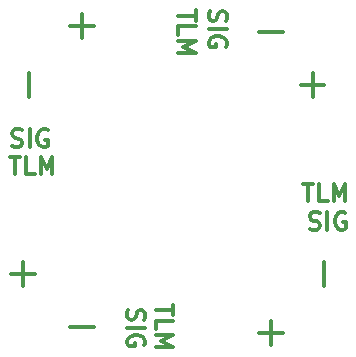
<source format=gto>
G04 #@! TF.GenerationSoftware,KiCad,Pcbnew,5.0.0-fee4fd1~66~ubuntu16.04.1*
G04 #@! TF.CreationDate,2018-09-11T21:28:54+02:00*
G04 #@! TF.ProjectId,inverted_quad_pdb,696E7665727465645F717561645F7064,rev?*
G04 #@! TF.SameCoordinates,Original*
G04 #@! TF.FileFunction,Legend,Top*
G04 #@! TF.FilePolarity,Positive*
%FSLAX46Y46*%
G04 Gerber Fmt 4.6, Leading zero omitted, Abs format (unit mm)*
G04 Created by KiCad (PCBNEW 5.0.0-fee4fd1~66~ubuntu16.04.1) date Tue Sep 11 21:28:54 2018*
%MOMM*%
%LPD*%
G01*
G04 APERTURE LIST*
%ADD10C,0.300000*%
%ADD11C,0.100000*%
%ADD12C,1.900000*%
%ADD13C,3.900000*%
%ADD14C,3.400000*%
G04 APERTURE END LIST*
D10*
X140500000Y-107000000D02*
X142500000Y-107000000D01*
X141500000Y-106000000D02*
X141500000Y-108000000D01*
X142500000Y-122000000D02*
X142500000Y-124000000D01*
X138000000Y-127000000D02*
X138000000Y-129000000D01*
X139000000Y-128000000D02*
X137000000Y-128000000D01*
X123000000Y-127500000D02*
X121000000Y-127500000D01*
X118000000Y-123000000D02*
X116000000Y-123000000D01*
X117000000Y-124000000D02*
X117000000Y-122000000D01*
X117500000Y-108000000D02*
X117500000Y-106000000D01*
X137000000Y-102500000D02*
X139000000Y-102500000D01*
X122000000Y-103000000D02*
X122000000Y-101000000D01*
X121000000Y-102000000D02*
X123000000Y-102000000D01*
X131621428Y-100707142D02*
X131621428Y-101564285D01*
X130121428Y-101135714D02*
X131621428Y-101135714D01*
X130121428Y-102778571D02*
X130121428Y-102064285D01*
X131621428Y-102064285D01*
X130121428Y-103278571D02*
X131621428Y-103278571D01*
X130550000Y-103778571D01*
X131621428Y-104278571D01*
X130121428Y-104278571D01*
X132792857Y-100764285D02*
X132721428Y-100978571D01*
X132721428Y-101335714D01*
X132792857Y-101478571D01*
X132864285Y-101550000D01*
X133007142Y-101621428D01*
X133150000Y-101621428D01*
X133292857Y-101550000D01*
X133364285Y-101478571D01*
X133435714Y-101335714D01*
X133507142Y-101050000D01*
X133578571Y-100907142D01*
X133650000Y-100835714D01*
X133792857Y-100764285D01*
X133935714Y-100764285D01*
X134078571Y-100835714D01*
X134150000Y-100907142D01*
X134221428Y-101050000D01*
X134221428Y-101407142D01*
X134150000Y-101621428D01*
X132721428Y-102264285D02*
X134221428Y-102264285D01*
X134150000Y-103764285D02*
X134221428Y-103621428D01*
X134221428Y-103407142D01*
X134150000Y-103192857D01*
X134007142Y-103050000D01*
X133864285Y-102978571D01*
X133578571Y-102907142D01*
X133364285Y-102907142D01*
X133078571Y-102978571D01*
X132935714Y-103050000D01*
X132792857Y-103192857D01*
X132721428Y-103407142D01*
X132721428Y-103550000D01*
X132792857Y-103764285D01*
X132864285Y-103835714D01*
X133364285Y-103835714D01*
X133364285Y-103550000D01*
X115907142Y-113078571D02*
X116764285Y-113078571D01*
X116335714Y-114578571D02*
X116335714Y-113078571D01*
X117978571Y-114578571D02*
X117264285Y-114578571D01*
X117264285Y-113078571D01*
X118478571Y-114578571D02*
X118478571Y-113078571D01*
X118978571Y-114150000D01*
X119478571Y-113078571D01*
X119478571Y-114578571D01*
X116064285Y-112207142D02*
X116278571Y-112278571D01*
X116635714Y-112278571D01*
X116778571Y-112207142D01*
X116850000Y-112135714D01*
X116921428Y-111992857D01*
X116921428Y-111850000D01*
X116850000Y-111707142D01*
X116778571Y-111635714D01*
X116635714Y-111564285D01*
X116350000Y-111492857D01*
X116207142Y-111421428D01*
X116135714Y-111350000D01*
X116064285Y-111207142D01*
X116064285Y-111064285D01*
X116135714Y-110921428D01*
X116207142Y-110850000D01*
X116350000Y-110778571D01*
X116707142Y-110778571D01*
X116921428Y-110850000D01*
X117564285Y-112278571D02*
X117564285Y-110778571D01*
X119064285Y-110850000D02*
X118921428Y-110778571D01*
X118707142Y-110778571D01*
X118492857Y-110850000D01*
X118350000Y-110992857D01*
X118278571Y-111135714D01*
X118207142Y-111421428D01*
X118207142Y-111635714D01*
X118278571Y-111921428D01*
X118350000Y-112064285D01*
X118492857Y-112207142D01*
X118707142Y-112278571D01*
X118850000Y-112278571D01*
X119064285Y-112207142D01*
X119135714Y-112135714D01*
X119135714Y-111635714D01*
X118850000Y-111635714D01*
X129721428Y-125607142D02*
X129721428Y-126464285D01*
X128221428Y-126035714D02*
X129721428Y-126035714D01*
X128221428Y-127678571D02*
X128221428Y-126964285D01*
X129721428Y-126964285D01*
X128221428Y-128178571D02*
X129721428Y-128178571D01*
X128650000Y-128678571D01*
X129721428Y-129178571D01*
X128221428Y-129178571D01*
X125892857Y-126064285D02*
X125821428Y-126278571D01*
X125821428Y-126635714D01*
X125892857Y-126778571D01*
X125964285Y-126850000D01*
X126107142Y-126921428D01*
X126250000Y-126921428D01*
X126392857Y-126850000D01*
X126464285Y-126778571D01*
X126535714Y-126635714D01*
X126607142Y-126350000D01*
X126678571Y-126207142D01*
X126750000Y-126135714D01*
X126892857Y-126064285D01*
X127035714Y-126064285D01*
X127178571Y-126135714D01*
X127250000Y-126207142D01*
X127321428Y-126350000D01*
X127321428Y-126707142D01*
X127250000Y-126921428D01*
X125821428Y-127564285D02*
X127321428Y-127564285D01*
X127250000Y-129064285D02*
X127321428Y-128921428D01*
X127321428Y-128707142D01*
X127250000Y-128492857D01*
X127107142Y-128350000D01*
X126964285Y-128278571D01*
X126678571Y-128207142D01*
X126464285Y-128207142D01*
X126178571Y-128278571D01*
X126035714Y-128350000D01*
X125892857Y-128492857D01*
X125821428Y-128707142D01*
X125821428Y-128850000D01*
X125892857Y-129064285D01*
X125964285Y-129135714D01*
X126464285Y-129135714D01*
X126464285Y-128850000D01*
X141264285Y-119207142D02*
X141478571Y-119278571D01*
X141835714Y-119278571D01*
X141978571Y-119207142D01*
X142050000Y-119135714D01*
X142121428Y-118992857D01*
X142121428Y-118850000D01*
X142050000Y-118707142D01*
X141978571Y-118635714D01*
X141835714Y-118564285D01*
X141550000Y-118492857D01*
X141407142Y-118421428D01*
X141335714Y-118350000D01*
X141264285Y-118207142D01*
X141264285Y-118064285D01*
X141335714Y-117921428D01*
X141407142Y-117850000D01*
X141550000Y-117778571D01*
X141907142Y-117778571D01*
X142121428Y-117850000D01*
X142764285Y-119278571D02*
X142764285Y-117778571D01*
X144264285Y-117850000D02*
X144121428Y-117778571D01*
X143907142Y-117778571D01*
X143692857Y-117850000D01*
X143550000Y-117992857D01*
X143478571Y-118135714D01*
X143407142Y-118421428D01*
X143407142Y-118635714D01*
X143478571Y-118921428D01*
X143550000Y-119064285D01*
X143692857Y-119207142D01*
X143907142Y-119278571D01*
X144050000Y-119278571D01*
X144264285Y-119207142D01*
X144335714Y-119135714D01*
X144335714Y-118635714D01*
X144050000Y-118635714D01*
X140707142Y-115378571D02*
X141564285Y-115378571D01*
X141135714Y-116878571D02*
X141135714Y-115378571D01*
X142778571Y-116878571D02*
X142064285Y-116878571D01*
X142064285Y-115378571D01*
X143278571Y-116878571D02*
X143278571Y-115378571D01*
X143778571Y-116450000D01*
X144278571Y-115378571D01*
X144278571Y-116878571D01*
%LPC*%
G36*
X143300000Y-109600000D02*
X143300000Y-105000000D01*
X147800000Y-105000000D01*
X147800000Y-109600000D01*
X143300000Y-109600000D01*
G37*
X143300000Y-109600000D02*
X143300000Y-105000000D01*
X147800000Y-105000000D01*
X147800000Y-109600000D01*
X143300000Y-109600000D01*
G36*
X112200000Y-105100000D02*
X116800000Y-105100000D01*
X116800000Y-109600000D01*
X112200000Y-109600000D01*
X112200000Y-105100000D01*
G37*
X112200000Y-105100000D02*
X116800000Y-105100000D01*
X116800000Y-109600000D01*
X112200000Y-109600000D01*
X112200000Y-105100000D01*
G36*
X139900000Y-97200000D02*
X139900000Y-101800000D01*
X135400000Y-101800000D01*
X135400000Y-97200000D01*
X139900000Y-97200000D01*
G37*
X139900000Y-97200000D02*
X139900000Y-101800000D01*
X135400000Y-101800000D01*
X135400000Y-97200000D01*
X139900000Y-97200000D01*
G36*
X147800000Y-124900000D02*
X143200000Y-124900000D01*
X143200000Y-120400000D01*
X147800000Y-120400000D01*
X147800000Y-124900000D01*
G37*
X147800000Y-124900000D02*
X143200000Y-124900000D01*
X143200000Y-120400000D01*
X147800000Y-120400000D01*
X147800000Y-124900000D01*
G36*
X120100000Y-132800000D02*
X120100000Y-128200000D01*
X124600000Y-128200000D01*
X124600000Y-132800000D01*
X120100000Y-132800000D01*
G37*
X120100000Y-132800000D02*
X120100000Y-128200000D01*
X124600000Y-128200000D01*
X124600000Y-132800000D01*
X120100000Y-132800000D01*
D11*
G04 #@! TO.C,ESC4*
G36*
X147171558Y-115152287D02*
X147217668Y-115159127D01*
X147262885Y-115170453D01*
X147306775Y-115186157D01*
X147348913Y-115206087D01*
X147388896Y-115230052D01*
X147426337Y-115257820D01*
X147460876Y-115289124D01*
X147492180Y-115323663D01*
X147519948Y-115361104D01*
X147543913Y-115401087D01*
X147563843Y-115443225D01*
X147579547Y-115487115D01*
X147590873Y-115532332D01*
X147597713Y-115578442D01*
X147600000Y-115625000D01*
X147600000Y-116575000D01*
X147597713Y-116621558D01*
X147590873Y-116667668D01*
X147579547Y-116712885D01*
X147563843Y-116756775D01*
X147543913Y-116798913D01*
X147519948Y-116838896D01*
X147492180Y-116876337D01*
X147460876Y-116910876D01*
X147426337Y-116942180D01*
X147388896Y-116969948D01*
X147348913Y-116993913D01*
X147306775Y-117013843D01*
X147262885Y-117029547D01*
X147217668Y-117040873D01*
X147171558Y-117047713D01*
X147125000Y-117050000D01*
X145275000Y-117050000D01*
X145228442Y-117047713D01*
X145182332Y-117040873D01*
X145137115Y-117029547D01*
X145093225Y-117013843D01*
X145051087Y-116993913D01*
X145011104Y-116969948D01*
X144973663Y-116942180D01*
X144939124Y-116910876D01*
X144907820Y-116876337D01*
X144880052Y-116838896D01*
X144856087Y-116798913D01*
X144836157Y-116756775D01*
X144820453Y-116712885D01*
X144809127Y-116667668D01*
X144802287Y-116621558D01*
X144800000Y-116575000D01*
X144800000Y-115625000D01*
X144802287Y-115578442D01*
X144809127Y-115532332D01*
X144820453Y-115487115D01*
X144836157Y-115443225D01*
X144856087Y-115401087D01*
X144880052Y-115361104D01*
X144907820Y-115323663D01*
X144939124Y-115289124D01*
X144973663Y-115257820D01*
X145011104Y-115230052D01*
X145051087Y-115206087D01*
X145093225Y-115186157D01*
X145137115Y-115170453D01*
X145182332Y-115159127D01*
X145228442Y-115152287D01*
X145275000Y-115150000D01*
X147125000Y-115150000D01*
X147171558Y-115152287D01*
X147171558Y-115152287D01*
G37*
D12*
X146200000Y-116100000D03*
D11*
G36*
X147171558Y-117552287D02*
X147217668Y-117559127D01*
X147262885Y-117570453D01*
X147306775Y-117586157D01*
X147348913Y-117606087D01*
X147388896Y-117630052D01*
X147426337Y-117657820D01*
X147460876Y-117689124D01*
X147492180Y-117723663D01*
X147519948Y-117761104D01*
X147543913Y-117801087D01*
X147563843Y-117843225D01*
X147579547Y-117887115D01*
X147590873Y-117932332D01*
X147597713Y-117978442D01*
X147600000Y-118025000D01*
X147600000Y-118975000D01*
X147597713Y-119021558D01*
X147590873Y-119067668D01*
X147579547Y-119112885D01*
X147563843Y-119156775D01*
X147543913Y-119198913D01*
X147519948Y-119238896D01*
X147492180Y-119276337D01*
X147460876Y-119310876D01*
X147426337Y-119342180D01*
X147388896Y-119369948D01*
X147348913Y-119393913D01*
X147306775Y-119413843D01*
X147262885Y-119429547D01*
X147217668Y-119440873D01*
X147171558Y-119447713D01*
X147125000Y-119450000D01*
X145275000Y-119450000D01*
X145228442Y-119447713D01*
X145182332Y-119440873D01*
X145137115Y-119429547D01*
X145093225Y-119413843D01*
X145051087Y-119393913D01*
X145011104Y-119369948D01*
X144973663Y-119342180D01*
X144939124Y-119310876D01*
X144907820Y-119276337D01*
X144880052Y-119238896D01*
X144856087Y-119198913D01*
X144836157Y-119156775D01*
X144820453Y-119112885D01*
X144809127Y-119067668D01*
X144802287Y-119021558D01*
X144800000Y-118975000D01*
X144800000Y-118025000D01*
X144802287Y-117978442D01*
X144809127Y-117932332D01*
X144820453Y-117887115D01*
X144836157Y-117843225D01*
X144856087Y-117801087D01*
X144880052Y-117761104D01*
X144907820Y-117723663D01*
X144939124Y-117689124D01*
X144973663Y-117657820D01*
X145011104Y-117630052D01*
X145051087Y-117606087D01*
X145093225Y-117586157D01*
X145137115Y-117570453D01*
X145182332Y-117559127D01*
X145228442Y-117552287D01*
X145275000Y-117550000D01*
X147125000Y-117550000D01*
X147171558Y-117552287D01*
X147171558Y-117552287D01*
G37*
D12*
X146200000Y-118500000D03*
D11*
G36*
X174570567Y-112554695D02*
X174665213Y-112568734D01*
X174758028Y-112591983D01*
X174848116Y-112624217D01*
X174934612Y-112665127D01*
X175016681Y-112714317D01*
X175093533Y-112771315D01*
X175164429Y-112835571D01*
X175228685Y-112906467D01*
X175285683Y-112983319D01*
X175334873Y-113065388D01*
X175375783Y-113151884D01*
X175408017Y-113241972D01*
X175431266Y-113334787D01*
X175445305Y-113429433D01*
X175450000Y-113525000D01*
X175450000Y-116475000D01*
X175445305Y-116570567D01*
X175431266Y-116665213D01*
X175408017Y-116758028D01*
X175375783Y-116848116D01*
X175334873Y-116934612D01*
X175285683Y-117016681D01*
X175228685Y-117093533D01*
X175164429Y-117164429D01*
X175093533Y-117228685D01*
X175016681Y-117285683D01*
X174934612Y-117334873D01*
X174848116Y-117375783D01*
X174758028Y-117408017D01*
X174665213Y-117431266D01*
X174570567Y-117445305D01*
X174475000Y-117450000D01*
X172525000Y-117450000D01*
X172429433Y-117445305D01*
X172334787Y-117431266D01*
X172241972Y-117408017D01*
X172151884Y-117375783D01*
X172065388Y-117334873D01*
X171983319Y-117285683D01*
X171906467Y-117228685D01*
X171835571Y-117164429D01*
X171771315Y-117093533D01*
X171714317Y-117016681D01*
X171665127Y-116934612D01*
X171624217Y-116848116D01*
X171591983Y-116758028D01*
X171568734Y-116665213D01*
X171554695Y-116570567D01*
X171550000Y-116475000D01*
X171550000Y-113525000D01*
X171554695Y-113429433D01*
X171568734Y-113334787D01*
X171591983Y-113241972D01*
X171624217Y-113151884D01*
X171665127Y-113065388D01*
X171714317Y-112983319D01*
X171771315Y-112906467D01*
X171835571Y-112835571D01*
X171906467Y-112771315D01*
X171983319Y-112714317D01*
X172065388Y-112665127D01*
X172151884Y-112624217D01*
X172241972Y-112591983D01*
X172334787Y-112568734D01*
X172429433Y-112554695D01*
X172525000Y-112550000D01*
X174475000Y-112550000D01*
X174570567Y-112554695D01*
X174570567Y-112554695D01*
G37*
D13*
X173500000Y-115000000D03*
D11*
G36*
X174570567Y-106554695D02*
X174665213Y-106568734D01*
X174758028Y-106591983D01*
X174848116Y-106624217D01*
X174934612Y-106665127D01*
X175016681Y-106714317D01*
X175093533Y-106771315D01*
X175164429Y-106835571D01*
X175228685Y-106906467D01*
X175285683Y-106983319D01*
X175334873Y-107065388D01*
X175375783Y-107151884D01*
X175408017Y-107241972D01*
X175431266Y-107334787D01*
X175445305Y-107429433D01*
X175450000Y-107525000D01*
X175450000Y-110475000D01*
X175445305Y-110570567D01*
X175431266Y-110665213D01*
X175408017Y-110758028D01*
X175375783Y-110848116D01*
X175334873Y-110934612D01*
X175285683Y-111016681D01*
X175228685Y-111093533D01*
X175164429Y-111164429D01*
X175093533Y-111228685D01*
X175016681Y-111285683D01*
X174934612Y-111334873D01*
X174848116Y-111375783D01*
X174758028Y-111408017D01*
X174665213Y-111431266D01*
X174570567Y-111445305D01*
X174475000Y-111450000D01*
X172525000Y-111450000D01*
X172429433Y-111445305D01*
X172334787Y-111431266D01*
X172241972Y-111408017D01*
X172151884Y-111375783D01*
X172065388Y-111334873D01*
X171983319Y-111285683D01*
X171906467Y-111228685D01*
X171835571Y-111164429D01*
X171771315Y-111093533D01*
X171714317Y-111016681D01*
X171665127Y-110934612D01*
X171624217Y-110848116D01*
X171591983Y-110758028D01*
X171568734Y-110665213D01*
X171554695Y-110570567D01*
X171550000Y-110475000D01*
X171550000Y-107525000D01*
X171554695Y-107429433D01*
X171568734Y-107334787D01*
X171591983Y-107241972D01*
X171624217Y-107151884D01*
X171665127Y-107065388D01*
X171714317Y-106983319D01*
X171771315Y-106906467D01*
X171835571Y-106835571D01*
X171906467Y-106771315D01*
X171983319Y-106714317D01*
X172065388Y-106665127D01*
X172151884Y-106624217D01*
X172241972Y-106591983D01*
X172334787Y-106568734D01*
X172429433Y-106554695D01*
X172525000Y-106550000D01*
X174475000Y-106550000D01*
X174570567Y-106554695D01*
X174570567Y-106554695D01*
G37*
D13*
X173500000Y-109000000D03*
D11*
G36*
X174570567Y-118554695D02*
X174665213Y-118568734D01*
X174758028Y-118591983D01*
X174848116Y-118624217D01*
X174934612Y-118665127D01*
X175016681Y-118714317D01*
X175093533Y-118771315D01*
X175164429Y-118835571D01*
X175228685Y-118906467D01*
X175285683Y-118983319D01*
X175334873Y-119065388D01*
X175375783Y-119151884D01*
X175408017Y-119241972D01*
X175431266Y-119334787D01*
X175445305Y-119429433D01*
X175450000Y-119525000D01*
X175450000Y-122475000D01*
X175445305Y-122570567D01*
X175431266Y-122665213D01*
X175408017Y-122758028D01*
X175375783Y-122848116D01*
X175334873Y-122934612D01*
X175285683Y-123016681D01*
X175228685Y-123093533D01*
X175164429Y-123164429D01*
X175093533Y-123228685D01*
X175016681Y-123285683D01*
X174934612Y-123334873D01*
X174848116Y-123375783D01*
X174758028Y-123408017D01*
X174665213Y-123431266D01*
X174570567Y-123445305D01*
X174475000Y-123450000D01*
X172525000Y-123450000D01*
X172429433Y-123445305D01*
X172334787Y-123431266D01*
X172241972Y-123408017D01*
X172151884Y-123375783D01*
X172065388Y-123334873D01*
X171983319Y-123285683D01*
X171906467Y-123228685D01*
X171835571Y-123164429D01*
X171771315Y-123093533D01*
X171714317Y-123016681D01*
X171665127Y-122934612D01*
X171624217Y-122848116D01*
X171591983Y-122758028D01*
X171568734Y-122665213D01*
X171554695Y-122570567D01*
X171550000Y-122475000D01*
X171550000Y-119525000D01*
X171554695Y-119429433D01*
X171568734Y-119334787D01*
X171591983Y-119241972D01*
X171624217Y-119151884D01*
X171665127Y-119065388D01*
X171714317Y-118983319D01*
X171771315Y-118906467D01*
X171835571Y-118835571D01*
X171906467Y-118771315D01*
X171983319Y-118714317D01*
X172065388Y-118665127D01*
X172151884Y-118624217D01*
X172241972Y-118591983D01*
X172334787Y-118568734D01*
X172429433Y-118554695D01*
X172525000Y-118550000D01*
X174475000Y-118550000D01*
X174570567Y-118554695D01*
X174570567Y-118554695D01*
G37*
D13*
X173500000Y-121000000D03*
D11*
G36*
X147433315Y-120504093D02*
X147515827Y-120516333D01*
X147596742Y-120536601D01*
X147675281Y-120564702D01*
X147750687Y-120600367D01*
X147822235Y-120643251D01*
X147889234Y-120692941D01*
X147951041Y-120748959D01*
X148007059Y-120810766D01*
X148056749Y-120877765D01*
X148099633Y-120949313D01*
X148135298Y-121024719D01*
X148163399Y-121103258D01*
X148183667Y-121184173D01*
X148195907Y-121266685D01*
X148200000Y-121350000D01*
X148200000Y-124050000D01*
X148195907Y-124133315D01*
X148183667Y-124215827D01*
X148163399Y-124296742D01*
X148135298Y-124375281D01*
X148099633Y-124450687D01*
X148056749Y-124522235D01*
X148007059Y-124589234D01*
X147951041Y-124651041D01*
X147889234Y-124707059D01*
X147822235Y-124756749D01*
X147750687Y-124799633D01*
X147675281Y-124835298D01*
X147596742Y-124863399D01*
X147515827Y-124883667D01*
X147433315Y-124895907D01*
X147350000Y-124900000D01*
X145650000Y-124900000D01*
X145566685Y-124895907D01*
X145484173Y-124883667D01*
X145403258Y-124863399D01*
X145324719Y-124835298D01*
X145249313Y-124799633D01*
X145177765Y-124756749D01*
X145110766Y-124707059D01*
X145048959Y-124651041D01*
X144992941Y-124589234D01*
X144943251Y-124522235D01*
X144900367Y-124450687D01*
X144864702Y-124375281D01*
X144836601Y-124296742D01*
X144816333Y-124215827D01*
X144804093Y-124133315D01*
X144800000Y-124050000D01*
X144800000Y-121350000D01*
X144804093Y-121266685D01*
X144816333Y-121184173D01*
X144836601Y-121103258D01*
X144864702Y-121024719D01*
X144900367Y-120949313D01*
X144943251Y-120877765D01*
X144992941Y-120810766D01*
X145048959Y-120748959D01*
X145110766Y-120692941D01*
X145177765Y-120643251D01*
X145249313Y-120600367D01*
X145324719Y-120564702D01*
X145403258Y-120536601D01*
X145484173Y-120516333D01*
X145566685Y-120504093D01*
X145650000Y-120500000D01*
X147350000Y-120500000D01*
X147433315Y-120504093D01*
X147433315Y-120504093D01*
G37*
D14*
X146500000Y-122700000D03*
D11*
G36*
X147433315Y-105104093D02*
X147515827Y-105116333D01*
X147596742Y-105136601D01*
X147675281Y-105164702D01*
X147750687Y-105200367D01*
X147822235Y-105243251D01*
X147889234Y-105292941D01*
X147951041Y-105348959D01*
X148007059Y-105410766D01*
X148056749Y-105477765D01*
X148099633Y-105549313D01*
X148135298Y-105624719D01*
X148163399Y-105703258D01*
X148183667Y-105784173D01*
X148195907Y-105866685D01*
X148200000Y-105950000D01*
X148200000Y-108650000D01*
X148195907Y-108733315D01*
X148183667Y-108815827D01*
X148163399Y-108896742D01*
X148135298Y-108975281D01*
X148099633Y-109050687D01*
X148056749Y-109122235D01*
X148007059Y-109189234D01*
X147951041Y-109251041D01*
X147889234Y-109307059D01*
X147822235Y-109356749D01*
X147750687Y-109399633D01*
X147675281Y-109435298D01*
X147596742Y-109463399D01*
X147515827Y-109483667D01*
X147433315Y-109495907D01*
X147350000Y-109500000D01*
X145650000Y-109500000D01*
X145566685Y-109495907D01*
X145484173Y-109483667D01*
X145403258Y-109463399D01*
X145324719Y-109435298D01*
X145249313Y-109399633D01*
X145177765Y-109356749D01*
X145110766Y-109307059D01*
X145048959Y-109251041D01*
X144992941Y-109189234D01*
X144943251Y-109122235D01*
X144900367Y-109050687D01*
X144864702Y-108975281D01*
X144836601Y-108896742D01*
X144816333Y-108815827D01*
X144804093Y-108733315D01*
X144800000Y-108650000D01*
X144800000Y-105950000D01*
X144804093Y-105866685D01*
X144816333Y-105784173D01*
X144836601Y-105703258D01*
X144864702Y-105624719D01*
X144900367Y-105549313D01*
X144943251Y-105477765D01*
X144992941Y-105410766D01*
X145048959Y-105348959D01*
X145110766Y-105292941D01*
X145177765Y-105243251D01*
X145249313Y-105200367D01*
X145324719Y-105164702D01*
X145403258Y-105136601D01*
X145484173Y-105116333D01*
X145566685Y-105104093D01*
X145650000Y-105100000D01*
X147350000Y-105100000D01*
X147433315Y-105104093D01*
X147433315Y-105104093D01*
G37*
D14*
X146500000Y-107300000D03*
G04 #@! TD*
D11*
G04 #@! TO.C,ESC3*
G36*
X139133315Y-129804093D02*
X139215827Y-129816333D01*
X139296742Y-129836601D01*
X139375281Y-129864702D01*
X139450687Y-129900367D01*
X139522235Y-129943251D01*
X139589234Y-129992941D01*
X139651041Y-130048959D01*
X139707059Y-130110766D01*
X139756749Y-130177765D01*
X139799633Y-130249313D01*
X139835298Y-130324719D01*
X139863399Y-130403258D01*
X139883667Y-130484173D01*
X139895907Y-130566685D01*
X139900000Y-130650000D01*
X139900000Y-132350000D01*
X139895907Y-132433315D01*
X139883667Y-132515827D01*
X139863399Y-132596742D01*
X139835298Y-132675281D01*
X139799633Y-132750687D01*
X139756749Y-132822235D01*
X139707059Y-132889234D01*
X139651041Y-132951041D01*
X139589234Y-133007059D01*
X139522235Y-133056749D01*
X139450687Y-133099633D01*
X139375281Y-133135298D01*
X139296742Y-133163399D01*
X139215827Y-133183667D01*
X139133315Y-133195907D01*
X139050000Y-133200000D01*
X136350000Y-133200000D01*
X136266685Y-133195907D01*
X136184173Y-133183667D01*
X136103258Y-133163399D01*
X136024719Y-133135298D01*
X135949313Y-133099633D01*
X135877765Y-133056749D01*
X135810766Y-133007059D01*
X135748959Y-132951041D01*
X135692941Y-132889234D01*
X135643251Y-132822235D01*
X135600367Y-132750687D01*
X135564702Y-132675281D01*
X135536601Y-132596742D01*
X135516333Y-132515827D01*
X135504093Y-132433315D01*
X135500000Y-132350000D01*
X135500000Y-130650000D01*
X135504093Y-130566685D01*
X135516333Y-130484173D01*
X135536601Y-130403258D01*
X135564702Y-130324719D01*
X135600367Y-130249313D01*
X135643251Y-130177765D01*
X135692941Y-130110766D01*
X135748959Y-130048959D01*
X135810766Y-129992941D01*
X135877765Y-129943251D01*
X135949313Y-129900367D01*
X136024719Y-129864702D01*
X136103258Y-129836601D01*
X136184173Y-129816333D01*
X136266685Y-129804093D01*
X136350000Y-129800000D01*
X139050000Y-129800000D01*
X139133315Y-129804093D01*
X139133315Y-129804093D01*
G37*
D14*
X137700000Y-131500000D03*
D11*
G36*
X123733315Y-129804093D02*
X123815827Y-129816333D01*
X123896742Y-129836601D01*
X123975281Y-129864702D01*
X124050687Y-129900367D01*
X124122235Y-129943251D01*
X124189234Y-129992941D01*
X124251041Y-130048959D01*
X124307059Y-130110766D01*
X124356749Y-130177765D01*
X124399633Y-130249313D01*
X124435298Y-130324719D01*
X124463399Y-130403258D01*
X124483667Y-130484173D01*
X124495907Y-130566685D01*
X124500000Y-130650000D01*
X124500000Y-132350000D01*
X124495907Y-132433315D01*
X124483667Y-132515827D01*
X124463399Y-132596742D01*
X124435298Y-132675281D01*
X124399633Y-132750687D01*
X124356749Y-132822235D01*
X124307059Y-132889234D01*
X124251041Y-132951041D01*
X124189234Y-133007059D01*
X124122235Y-133056749D01*
X124050687Y-133099633D01*
X123975281Y-133135298D01*
X123896742Y-133163399D01*
X123815827Y-133183667D01*
X123733315Y-133195907D01*
X123650000Y-133200000D01*
X120950000Y-133200000D01*
X120866685Y-133195907D01*
X120784173Y-133183667D01*
X120703258Y-133163399D01*
X120624719Y-133135298D01*
X120549313Y-133099633D01*
X120477765Y-133056749D01*
X120410766Y-133007059D01*
X120348959Y-132951041D01*
X120292941Y-132889234D01*
X120243251Y-132822235D01*
X120200367Y-132750687D01*
X120164702Y-132675281D01*
X120136601Y-132596742D01*
X120116333Y-132515827D01*
X120104093Y-132433315D01*
X120100000Y-132350000D01*
X120100000Y-130650000D01*
X120104093Y-130566685D01*
X120116333Y-130484173D01*
X120136601Y-130403258D01*
X120164702Y-130324719D01*
X120200367Y-130249313D01*
X120243251Y-130177765D01*
X120292941Y-130110766D01*
X120348959Y-130048959D01*
X120410766Y-129992941D01*
X120477765Y-129943251D01*
X120549313Y-129900367D01*
X120624719Y-129864702D01*
X120703258Y-129836601D01*
X120784173Y-129816333D01*
X120866685Y-129804093D01*
X120950000Y-129800000D01*
X123650000Y-129800000D01*
X123733315Y-129804093D01*
X123733315Y-129804093D01*
G37*
D14*
X122300000Y-131500000D03*
D11*
G36*
X125570567Y-156554695D02*
X125665213Y-156568734D01*
X125758028Y-156591983D01*
X125848116Y-156624217D01*
X125934612Y-156665127D01*
X126016681Y-156714317D01*
X126093533Y-156771315D01*
X126164429Y-156835571D01*
X126228685Y-156906467D01*
X126285683Y-156983319D01*
X126334873Y-157065388D01*
X126375783Y-157151884D01*
X126408017Y-157241972D01*
X126431266Y-157334787D01*
X126445305Y-157429433D01*
X126450000Y-157525000D01*
X126450000Y-159475000D01*
X126445305Y-159570567D01*
X126431266Y-159665213D01*
X126408017Y-159758028D01*
X126375783Y-159848116D01*
X126334873Y-159934612D01*
X126285683Y-160016681D01*
X126228685Y-160093533D01*
X126164429Y-160164429D01*
X126093533Y-160228685D01*
X126016681Y-160285683D01*
X125934612Y-160334873D01*
X125848116Y-160375783D01*
X125758028Y-160408017D01*
X125665213Y-160431266D01*
X125570567Y-160445305D01*
X125475000Y-160450000D01*
X122525000Y-160450000D01*
X122429433Y-160445305D01*
X122334787Y-160431266D01*
X122241972Y-160408017D01*
X122151884Y-160375783D01*
X122065388Y-160334873D01*
X121983319Y-160285683D01*
X121906467Y-160228685D01*
X121835571Y-160164429D01*
X121771315Y-160093533D01*
X121714317Y-160016681D01*
X121665127Y-159934612D01*
X121624217Y-159848116D01*
X121591983Y-159758028D01*
X121568734Y-159665213D01*
X121554695Y-159570567D01*
X121550000Y-159475000D01*
X121550000Y-157525000D01*
X121554695Y-157429433D01*
X121568734Y-157334787D01*
X121591983Y-157241972D01*
X121624217Y-157151884D01*
X121665127Y-157065388D01*
X121714317Y-156983319D01*
X121771315Y-156906467D01*
X121835571Y-156835571D01*
X121906467Y-156771315D01*
X121983319Y-156714317D01*
X122065388Y-156665127D01*
X122151884Y-156624217D01*
X122241972Y-156591983D01*
X122334787Y-156568734D01*
X122429433Y-156554695D01*
X122525000Y-156550000D01*
X125475000Y-156550000D01*
X125570567Y-156554695D01*
X125570567Y-156554695D01*
G37*
D13*
X124000000Y-158500000D03*
D11*
G36*
X137570567Y-156554695D02*
X137665213Y-156568734D01*
X137758028Y-156591983D01*
X137848116Y-156624217D01*
X137934612Y-156665127D01*
X138016681Y-156714317D01*
X138093533Y-156771315D01*
X138164429Y-156835571D01*
X138228685Y-156906467D01*
X138285683Y-156983319D01*
X138334873Y-157065388D01*
X138375783Y-157151884D01*
X138408017Y-157241972D01*
X138431266Y-157334787D01*
X138445305Y-157429433D01*
X138450000Y-157525000D01*
X138450000Y-159475000D01*
X138445305Y-159570567D01*
X138431266Y-159665213D01*
X138408017Y-159758028D01*
X138375783Y-159848116D01*
X138334873Y-159934612D01*
X138285683Y-160016681D01*
X138228685Y-160093533D01*
X138164429Y-160164429D01*
X138093533Y-160228685D01*
X138016681Y-160285683D01*
X137934612Y-160334873D01*
X137848116Y-160375783D01*
X137758028Y-160408017D01*
X137665213Y-160431266D01*
X137570567Y-160445305D01*
X137475000Y-160450000D01*
X134525000Y-160450000D01*
X134429433Y-160445305D01*
X134334787Y-160431266D01*
X134241972Y-160408017D01*
X134151884Y-160375783D01*
X134065388Y-160334873D01*
X133983319Y-160285683D01*
X133906467Y-160228685D01*
X133835571Y-160164429D01*
X133771315Y-160093533D01*
X133714317Y-160016681D01*
X133665127Y-159934612D01*
X133624217Y-159848116D01*
X133591983Y-159758028D01*
X133568734Y-159665213D01*
X133554695Y-159570567D01*
X133550000Y-159475000D01*
X133550000Y-157525000D01*
X133554695Y-157429433D01*
X133568734Y-157334787D01*
X133591983Y-157241972D01*
X133624217Y-157151884D01*
X133665127Y-157065388D01*
X133714317Y-156983319D01*
X133771315Y-156906467D01*
X133835571Y-156835571D01*
X133906467Y-156771315D01*
X133983319Y-156714317D01*
X134065388Y-156665127D01*
X134151884Y-156624217D01*
X134241972Y-156591983D01*
X134334787Y-156568734D01*
X134429433Y-156554695D01*
X134525000Y-156550000D01*
X137475000Y-156550000D01*
X137570567Y-156554695D01*
X137570567Y-156554695D01*
G37*
D13*
X136000000Y-158500000D03*
D11*
G36*
X131570567Y-156554695D02*
X131665213Y-156568734D01*
X131758028Y-156591983D01*
X131848116Y-156624217D01*
X131934612Y-156665127D01*
X132016681Y-156714317D01*
X132093533Y-156771315D01*
X132164429Y-156835571D01*
X132228685Y-156906467D01*
X132285683Y-156983319D01*
X132334873Y-157065388D01*
X132375783Y-157151884D01*
X132408017Y-157241972D01*
X132431266Y-157334787D01*
X132445305Y-157429433D01*
X132450000Y-157525000D01*
X132450000Y-159475000D01*
X132445305Y-159570567D01*
X132431266Y-159665213D01*
X132408017Y-159758028D01*
X132375783Y-159848116D01*
X132334873Y-159934612D01*
X132285683Y-160016681D01*
X132228685Y-160093533D01*
X132164429Y-160164429D01*
X132093533Y-160228685D01*
X132016681Y-160285683D01*
X131934612Y-160334873D01*
X131848116Y-160375783D01*
X131758028Y-160408017D01*
X131665213Y-160431266D01*
X131570567Y-160445305D01*
X131475000Y-160450000D01*
X128525000Y-160450000D01*
X128429433Y-160445305D01*
X128334787Y-160431266D01*
X128241972Y-160408017D01*
X128151884Y-160375783D01*
X128065388Y-160334873D01*
X127983319Y-160285683D01*
X127906467Y-160228685D01*
X127835571Y-160164429D01*
X127771315Y-160093533D01*
X127714317Y-160016681D01*
X127665127Y-159934612D01*
X127624217Y-159848116D01*
X127591983Y-159758028D01*
X127568734Y-159665213D01*
X127554695Y-159570567D01*
X127550000Y-159475000D01*
X127550000Y-157525000D01*
X127554695Y-157429433D01*
X127568734Y-157334787D01*
X127591983Y-157241972D01*
X127624217Y-157151884D01*
X127665127Y-157065388D01*
X127714317Y-156983319D01*
X127771315Y-156906467D01*
X127835571Y-156835571D01*
X127906467Y-156771315D01*
X127983319Y-156714317D01*
X128065388Y-156665127D01*
X128151884Y-156624217D01*
X128241972Y-156591983D01*
X128334787Y-156568734D01*
X128429433Y-156554695D01*
X128525000Y-156550000D01*
X131475000Y-156550000D01*
X131570567Y-156554695D01*
X131570567Y-156554695D01*
G37*
D13*
X130000000Y-158500000D03*
D11*
G36*
X127021558Y-129802287D02*
X127067668Y-129809127D01*
X127112885Y-129820453D01*
X127156775Y-129836157D01*
X127198913Y-129856087D01*
X127238896Y-129880052D01*
X127276337Y-129907820D01*
X127310876Y-129939124D01*
X127342180Y-129973663D01*
X127369948Y-130011104D01*
X127393913Y-130051087D01*
X127413843Y-130093225D01*
X127429547Y-130137115D01*
X127440873Y-130182332D01*
X127447713Y-130228442D01*
X127450000Y-130275000D01*
X127450000Y-132125000D01*
X127447713Y-132171558D01*
X127440873Y-132217668D01*
X127429547Y-132262885D01*
X127413843Y-132306775D01*
X127393913Y-132348913D01*
X127369948Y-132388896D01*
X127342180Y-132426337D01*
X127310876Y-132460876D01*
X127276337Y-132492180D01*
X127238896Y-132519948D01*
X127198913Y-132543913D01*
X127156775Y-132563843D01*
X127112885Y-132579547D01*
X127067668Y-132590873D01*
X127021558Y-132597713D01*
X126975000Y-132600000D01*
X126025000Y-132600000D01*
X125978442Y-132597713D01*
X125932332Y-132590873D01*
X125887115Y-132579547D01*
X125843225Y-132563843D01*
X125801087Y-132543913D01*
X125761104Y-132519948D01*
X125723663Y-132492180D01*
X125689124Y-132460876D01*
X125657820Y-132426337D01*
X125630052Y-132388896D01*
X125606087Y-132348913D01*
X125586157Y-132306775D01*
X125570453Y-132262885D01*
X125559127Y-132217668D01*
X125552287Y-132171558D01*
X125550000Y-132125000D01*
X125550000Y-130275000D01*
X125552287Y-130228442D01*
X125559127Y-130182332D01*
X125570453Y-130137115D01*
X125586157Y-130093225D01*
X125606087Y-130051087D01*
X125630052Y-130011104D01*
X125657820Y-129973663D01*
X125689124Y-129939124D01*
X125723663Y-129907820D01*
X125761104Y-129880052D01*
X125801087Y-129856087D01*
X125843225Y-129836157D01*
X125887115Y-129820453D01*
X125932332Y-129809127D01*
X125978442Y-129802287D01*
X126025000Y-129800000D01*
X126975000Y-129800000D01*
X127021558Y-129802287D01*
X127021558Y-129802287D01*
G37*
D12*
X126500000Y-131200000D03*
D11*
G36*
X129421558Y-129802287D02*
X129467668Y-129809127D01*
X129512885Y-129820453D01*
X129556775Y-129836157D01*
X129598913Y-129856087D01*
X129638896Y-129880052D01*
X129676337Y-129907820D01*
X129710876Y-129939124D01*
X129742180Y-129973663D01*
X129769948Y-130011104D01*
X129793913Y-130051087D01*
X129813843Y-130093225D01*
X129829547Y-130137115D01*
X129840873Y-130182332D01*
X129847713Y-130228442D01*
X129850000Y-130275000D01*
X129850000Y-132125000D01*
X129847713Y-132171558D01*
X129840873Y-132217668D01*
X129829547Y-132262885D01*
X129813843Y-132306775D01*
X129793913Y-132348913D01*
X129769948Y-132388896D01*
X129742180Y-132426337D01*
X129710876Y-132460876D01*
X129676337Y-132492180D01*
X129638896Y-132519948D01*
X129598913Y-132543913D01*
X129556775Y-132563843D01*
X129512885Y-132579547D01*
X129467668Y-132590873D01*
X129421558Y-132597713D01*
X129375000Y-132600000D01*
X128425000Y-132600000D01*
X128378442Y-132597713D01*
X128332332Y-132590873D01*
X128287115Y-132579547D01*
X128243225Y-132563843D01*
X128201087Y-132543913D01*
X128161104Y-132519948D01*
X128123663Y-132492180D01*
X128089124Y-132460876D01*
X128057820Y-132426337D01*
X128030052Y-132388896D01*
X128006087Y-132348913D01*
X127986157Y-132306775D01*
X127970453Y-132262885D01*
X127959127Y-132217668D01*
X127952287Y-132171558D01*
X127950000Y-132125000D01*
X127950000Y-130275000D01*
X127952287Y-130228442D01*
X127959127Y-130182332D01*
X127970453Y-130137115D01*
X127986157Y-130093225D01*
X128006087Y-130051087D01*
X128030052Y-130011104D01*
X128057820Y-129973663D01*
X128089124Y-129939124D01*
X128123663Y-129907820D01*
X128161104Y-129880052D01*
X128201087Y-129856087D01*
X128243225Y-129836157D01*
X128287115Y-129820453D01*
X128332332Y-129809127D01*
X128378442Y-129802287D01*
X128425000Y-129800000D01*
X129375000Y-129800000D01*
X129421558Y-129802287D01*
X129421558Y-129802287D01*
G37*
D12*
X128900000Y-131200000D03*
G04 #@! TD*
D11*
G04 #@! TO.C,ESC2*
G36*
X114771558Y-112952287D02*
X114817668Y-112959127D01*
X114862885Y-112970453D01*
X114906775Y-112986157D01*
X114948913Y-113006087D01*
X114988896Y-113030052D01*
X115026337Y-113057820D01*
X115060876Y-113089124D01*
X115092180Y-113123663D01*
X115119948Y-113161104D01*
X115143913Y-113201087D01*
X115163843Y-113243225D01*
X115179547Y-113287115D01*
X115190873Y-113332332D01*
X115197713Y-113378442D01*
X115200000Y-113425000D01*
X115200000Y-114375000D01*
X115197713Y-114421558D01*
X115190873Y-114467668D01*
X115179547Y-114512885D01*
X115163843Y-114556775D01*
X115143913Y-114598913D01*
X115119948Y-114638896D01*
X115092180Y-114676337D01*
X115060876Y-114710876D01*
X115026337Y-114742180D01*
X114988896Y-114769948D01*
X114948913Y-114793913D01*
X114906775Y-114813843D01*
X114862885Y-114829547D01*
X114817668Y-114840873D01*
X114771558Y-114847713D01*
X114725000Y-114850000D01*
X112875000Y-114850000D01*
X112828442Y-114847713D01*
X112782332Y-114840873D01*
X112737115Y-114829547D01*
X112693225Y-114813843D01*
X112651087Y-114793913D01*
X112611104Y-114769948D01*
X112573663Y-114742180D01*
X112539124Y-114710876D01*
X112507820Y-114676337D01*
X112480052Y-114638896D01*
X112456087Y-114598913D01*
X112436157Y-114556775D01*
X112420453Y-114512885D01*
X112409127Y-114467668D01*
X112402287Y-114421558D01*
X112400000Y-114375000D01*
X112400000Y-113425000D01*
X112402287Y-113378442D01*
X112409127Y-113332332D01*
X112420453Y-113287115D01*
X112436157Y-113243225D01*
X112456087Y-113201087D01*
X112480052Y-113161104D01*
X112507820Y-113123663D01*
X112539124Y-113089124D01*
X112573663Y-113057820D01*
X112611104Y-113030052D01*
X112651087Y-113006087D01*
X112693225Y-112986157D01*
X112737115Y-112970453D01*
X112782332Y-112959127D01*
X112828442Y-112952287D01*
X112875000Y-112950000D01*
X114725000Y-112950000D01*
X114771558Y-112952287D01*
X114771558Y-112952287D01*
G37*
D12*
X113800000Y-113900000D03*
D11*
G36*
X114771558Y-110552287D02*
X114817668Y-110559127D01*
X114862885Y-110570453D01*
X114906775Y-110586157D01*
X114948913Y-110606087D01*
X114988896Y-110630052D01*
X115026337Y-110657820D01*
X115060876Y-110689124D01*
X115092180Y-110723663D01*
X115119948Y-110761104D01*
X115143913Y-110801087D01*
X115163843Y-110843225D01*
X115179547Y-110887115D01*
X115190873Y-110932332D01*
X115197713Y-110978442D01*
X115200000Y-111025000D01*
X115200000Y-111975000D01*
X115197713Y-112021558D01*
X115190873Y-112067668D01*
X115179547Y-112112885D01*
X115163843Y-112156775D01*
X115143913Y-112198913D01*
X115119948Y-112238896D01*
X115092180Y-112276337D01*
X115060876Y-112310876D01*
X115026337Y-112342180D01*
X114988896Y-112369948D01*
X114948913Y-112393913D01*
X114906775Y-112413843D01*
X114862885Y-112429547D01*
X114817668Y-112440873D01*
X114771558Y-112447713D01*
X114725000Y-112450000D01*
X112875000Y-112450000D01*
X112828442Y-112447713D01*
X112782332Y-112440873D01*
X112737115Y-112429547D01*
X112693225Y-112413843D01*
X112651087Y-112393913D01*
X112611104Y-112369948D01*
X112573663Y-112342180D01*
X112539124Y-112310876D01*
X112507820Y-112276337D01*
X112480052Y-112238896D01*
X112456087Y-112198913D01*
X112436157Y-112156775D01*
X112420453Y-112112885D01*
X112409127Y-112067668D01*
X112402287Y-112021558D01*
X112400000Y-111975000D01*
X112400000Y-111025000D01*
X112402287Y-110978442D01*
X112409127Y-110932332D01*
X112420453Y-110887115D01*
X112436157Y-110843225D01*
X112456087Y-110801087D01*
X112480052Y-110761104D01*
X112507820Y-110723663D01*
X112539124Y-110689124D01*
X112573663Y-110657820D01*
X112611104Y-110630052D01*
X112651087Y-110606087D01*
X112693225Y-110586157D01*
X112737115Y-110570453D01*
X112782332Y-110559127D01*
X112828442Y-110552287D01*
X112875000Y-110550000D01*
X114725000Y-110550000D01*
X114771558Y-110552287D01*
X114771558Y-110552287D01*
G37*
D12*
X113800000Y-111500000D03*
D11*
G36*
X87570567Y-112554695D02*
X87665213Y-112568734D01*
X87758028Y-112591983D01*
X87848116Y-112624217D01*
X87934612Y-112665127D01*
X88016681Y-112714317D01*
X88093533Y-112771315D01*
X88164429Y-112835571D01*
X88228685Y-112906467D01*
X88285683Y-112983319D01*
X88334873Y-113065388D01*
X88375783Y-113151884D01*
X88408017Y-113241972D01*
X88431266Y-113334787D01*
X88445305Y-113429433D01*
X88450000Y-113525000D01*
X88450000Y-116475000D01*
X88445305Y-116570567D01*
X88431266Y-116665213D01*
X88408017Y-116758028D01*
X88375783Y-116848116D01*
X88334873Y-116934612D01*
X88285683Y-117016681D01*
X88228685Y-117093533D01*
X88164429Y-117164429D01*
X88093533Y-117228685D01*
X88016681Y-117285683D01*
X87934612Y-117334873D01*
X87848116Y-117375783D01*
X87758028Y-117408017D01*
X87665213Y-117431266D01*
X87570567Y-117445305D01*
X87475000Y-117450000D01*
X85525000Y-117450000D01*
X85429433Y-117445305D01*
X85334787Y-117431266D01*
X85241972Y-117408017D01*
X85151884Y-117375783D01*
X85065388Y-117334873D01*
X84983319Y-117285683D01*
X84906467Y-117228685D01*
X84835571Y-117164429D01*
X84771315Y-117093533D01*
X84714317Y-117016681D01*
X84665127Y-116934612D01*
X84624217Y-116848116D01*
X84591983Y-116758028D01*
X84568734Y-116665213D01*
X84554695Y-116570567D01*
X84550000Y-116475000D01*
X84550000Y-113525000D01*
X84554695Y-113429433D01*
X84568734Y-113334787D01*
X84591983Y-113241972D01*
X84624217Y-113151884D01*
X84665127Y-113065388D01*
X84714317Y-112983319D01*
X84771315Y-112906467D01*
X84835571Y-112835571D01*
X84906467Y-112771315D01*
X84983319Y-112714317D01*
X85065388Y-112665127D01*
X85151884Y-112624217D01*
X85241972Y-112591983D01*
X85334787Y-112568734D01*
X85429433Y-112554695D01*
X85525000Y-112550000D01*
X87475000Y-112550000D01*
X87570567Y-112554695D01*
X87570567Y-112554695D01*
G37*
D13*
X86500000Y-115000000D03*
D11*
G36*
X87570567Y-118554695D02*
X87665213Y-118568734D01*
X87758028Y-118591983D01*
X87848116Y-118624217D01*
X87934612Y-118665127D01*
X88016681Y-118714317D01*
X88093533Y-118771315D01*
X88164429Y-118835571D01*
X88228685Y-118906467D01*
X88285683Y-118983319D01*
X88334873Y-119065388D01*
X88375783Y-119151884D01*
X88408017Y-119241972D01*
X88431266Y-119334787D01*
X88445305Y-119429433D01*
X88450000Y-119525000D01*
X88450000Y-122475000D01*
X88445305Y-122570567D01*
X88431266Y-122665213D01*
X88408017Y-122758028D01*
X88375783Y-122848116D01*
X88334873Y-122934612D01*
X88285683Y-123016681D01*
X88228685Y-123093533D01*
X88164429Y-123164429D01*
X88093533Y-123228685D01*
X88016681Y-123285683D01*
X87934612Y-123334873D01*
X87848116Y-123375783D01*
X87758028Y-123408017D01*
X87665213Y-123431266D01*
X87570567Y-123445305D01*
X87475000Y-123450000D01*
X85525000Y-123450000D01*
X85429433Y-123445305D01*
X85334787Y-123431266D01*
X85241972Y-123408017D01*
X85151884Y-123375783D01*
X85065388Y-123334873D01*
X84983319Y-123285683D01*
X84906467Y-123228685D01*
X84835571Y-123164429D01*
X84771315Y-123093533D01*
X84714317Y-123016681D01*
X84665127Y-122934612D01*
X84624217Y-122848116D01*
X84591983Y-122758028D01*
X84568734Y-122665213D01*
X84554695Y-122570567D01*
X84550000Y-122475000D01*
X84550000Y-119525000D01*
X84554695Y-119429433D01*
X84568734Y-119334787D01*
X84591983Y-119241972D01*
X84624217Y-119151884D01*
X84665127Y-119065388D01*
X84714317Y-118983319D01*
X84771315Y-118906467D01*
X84835571Y-118835571D01*
X84906467Y-118771315D01*
X84983319Y-118714317D01*
X85065388Y-118665127D01*
X85151884Y-118624217D01*
X85241972Y-118591983D01*
X85334787Y-118568734D01*
X85429433Y-118554695D01*
X85525000Y-118550000D01*
X87475000Y-118550000D01*
X87570567Y-118554695D01*
X87570567Y-118554695D01*
G37*
D13*
X86500000Y-121000000D03*
D11*
G36*
X87570567Y-106554695D02*
X87665213Y-106568734D01*
X87758028Y-106591983D01*
X87848116Y-106624217D01*
X87934612Y-106665127D01*
X88016681Y-106714317D01*
X88093533Y-106771315D01*
X88164429Y-106835571D01*
X88228685Y-106906467D01*
X88285683Y-106983319D01*
X88334873Y-107065388D01*
X88375783Y-107151884D01*
X88408017Y-107241972D01*
X88431266Y-107334787D01*
X88445305Y-107429433D01*
X88450000Y-107525000D01*
X88450000Y-110475000D01*
X88445305Y-110570567D01*
X88431266Y-110665213D01*
X88408017Y-110758028D01*
X88375783Y-110848116D01*
X88334873Y-110934612D01*
X88285683Y-111016681D01*
X88228685Y-111093533D01*
X88164429Y-111164429D01*
X88093533Y-111228685D01*
X88016681Y-111285683D01*
X87934612Y-111334873D01*
X87848116Y-111375783D01*
X87758028Y-111408017D01*
X87665213Y-111431266D01*
X87570567Y-111445305D01*
X87475000Y-111450000D01*
X85525000Y-111450000D01*
X85429433Y-111445305D01*
X85334787Y-111431266D01*
X85241972Y-111408017D01*
X85151884Y-111375783D01*
X85065388Y-111334873D01*
X84983319Y-111285683D01*
X84906467Y-111228685D01*
X84835571Y-111164429D01*
X84771315Y-111093533D01*
X84714317Y-111016681D01*
X84665127Y-110934612D01*
X84624217Y-110848116D01*
X84591983Y-110758028D01*
X84568734Y-110665213D01*
X84554695Y-110570567D01*
X84550000Y-110475000D01*
X84550000Y-107525000D01*
X84554695Y-107429433D01*
X84568734Y-107334787D01*
X84591983Y-107241972D01*
X84624217Y-107151884D01*
X84665127Y-107065388D01*
X84714317Y-106983319D01*
X84771315Y-106906467D01*
X84835571Y-106835571D01*
X84906467Y-106771315D01*
X84983319Y-106714317D01*
X85065388Y-106665127D01*
X85151884Y-106624217D01*
X85241972Y-106591983D01*
X85334787Y-106568734D01*
X85429433Y-106554695D01*
X85525000Y-106550000D01*
X87475000Y-106550000D01*
X87570567Y-106554695D01*
X87570567Y-106554695D01*
G37*
D13*
X86500000Y-109000000D03*
D11*
G36*
X114433315Y-105104093D02*
X114515827Y-105116333D01*
X114596742Y-105136601D01*
X114675281Y-105164702D01*
X114750687Y-105200367D01*
X114822235Y-105243251D01*
X114889234Y-105292941D01*
X114951041Y-105348959D01*
X115007059Y-105410766D01*
X115056749Y-105477765D01*
X115099633Y-105549313D01*
X115135298Y-105624719D01*
X115163399Y-105703258D01*
X115183667Y-105784173D01*
X115195907Y-105866685D01*
X115200000Y-105950000D01*
X115200000Y-108650000D01*
X115195907Y-108733315D01*
X115183667Y-108815827D01*
X115163399Y-108896742D01*
X115135298Y-108975281D01*
X115099633Y-109050687D01*
X115056749Y-109122235D01*
X115007059Y-109189234D01*
X114951041Y-109251041D01*
X114889234Y-109307059D01*
X114822235Y-109356749D01*
X114750687Y-109399633D01*
X114675281Y-109435298D01*
X114596742Y-109463399D01*
X114515827Y-109483667D01*
X114433315Y-109495907D01*
X114350000Y-109500000D01*
X112650000Y-109500000D01*
X112566685Y-109495907D01*
X112484173Y-109483667D01*
X112403258Y-109463399D01*
X112324719Y-109435298D01*
X112249313Y-109399633D01*
X112177765Y-109356749D01*
X112110766Y-109307059D01*
X112048959Y-109251041D01*
X111992941Y-109189234D01*
X111943251Y-109122235D01*
X111900367Y-109050687D01*
X111864702Y-108975281D01*
X111836601Y-108896742D01*
X111816333Y-108815827D01*
X111804093Y-108733315D01*
X111800000Y-108650000D01*
X111800000Y-105950000D01*
X111804093Y-105866685D01*
X111816333Y-105784173D01*
X111836601Y-105703258D01*
X111864702Y-105624719D01*
X111900367Y-105549313D01*
X111943251Y-105477765D01*
X111992941Y-105410766D01*
X112048959Y-105348959D01*
X112110766Y-105292941D01*
X112177765Y-105243251D01*
X112249313Y-105200367D01*
X112324719Y-105164702D01*
X112403258Y-105136601D01*
X112484173Y-105116333D01*
X112566685Y-105104093D01*
X112650000Y-105100000D01*
X114350000Y-105100000D01*
X114433315Y-105104093D01*
X114433315Y-105104093D01*
G37*
D14*
X113500000Y-107300000D03*
D11*
G36*
X114433315Y-120504093D02*
X114515827Y-120516333D01*
X114596742Y-120536601D01*
X114675281Y-120564702D01*
X114750687Y-120600367D01*
X114822235Y-120643251D01*
X114889234Y-120692941D01*
X114951041Y-120748959D01*
X115007059Y-120810766D01*
X115056749Y-120877765D01*
X115099633Y-120949313D01*
X115135298Y-121024719D01*
X115163399Y-121103258D01*
X115183667Y-121184173D01*
X115195907Y-121266685D01*
X115200000Y-121350000D01*
X115200000Y-124050000D01*
X115195907Y-124133315D01*
X115183667Y-124215827D01*
X115163399Y-124296742D01*
X115135298Y-124375281D01*
X115099633Y-124450687D01*
X115056749Y-124522235D01*
X115007059Y-124589234D01*
X114951041Y-124651041D01*
X114889234Y-124707059D01*
X114822235Y-124756749D01*
X114750687Y-124799633D01*
X114675281Y-124835298D01*
X114596742Y-124863399D01*
X114515827Y-124883667D01*
X114433315Y-124895907D01*
X114350000Y-124900000D01*
X112650000Y-124900000D01*
X112566685Y-124895907D01*
X112484173Y-124883667D01*
X112403258Y-124863399D01*
X112324719Y-124835298D01*
X112249313Y-124799633D01*
X112177765Y-124756749D01*
X112110766Y-124707059D01*
X112048959Y-124651041D01*
X111992941Y-124589234D01*
X111943251Y-124522235D01*
X111900367Y-124450687D01*
X111864702Y-124375281D01*
X111836601Y-124296742D01*
X111816333Y-124215827D01*
X111804093Y-124133315D01*
X111800000Y-124050000D01*
X111800000Y-121350000D01*
X111804093Y-121266685D01*
X111816333Y-121184173D01*
X111836601Y-121103258D01*
X111864702Y-121024719D01*
X111900367Y-120949313D01*
X111943251Y-120877765D01*
X111992941Y-120810766D01*
X112048959Y-120748959D01*
X112110766Y-120692941D01*
X112177765Y-120643251D01*
X112249313Y-120600367D01*
X112324719Y-120564702D01*
X112403258Y-120536601D01*
X112484173Y-120516333D01*
X112566685Y-120504093D01*
X112650000Y-120500000D01*
X114350000Y-120500000D01*
X114433315Y-120504093D01*
X114433315Y-120504093D01*
G37*
D14*
X113500000Y-122700000D03*
G04 #@! TD*
D11*
G04 #@! TO.C,ESC1*
G36*
X123733315Y-96804093D02*
X123815827Y-96816333D01*
X123896742Y-96836601D01*
X123975281Y-96864702D01*
X124050687Y-96900367D01*
X124122235Y-96943251D01*
X124189234Y-96992941D01*
X124251041Y-97048959D01*
X124307059Y-97110766D01*
X124356749Y-97177765D01*
X124399633Y-97249313D01*
X124435298Y-97324719D01*
X124463399Y-97403258D01*
X124483667Y-97484173D01*
X124495907Y-97566685D01*
X124500000Y-97650000D01*
X124500000Y-99350000D01*
X124495907Y-99433315D01*
X124483667Y-99515827D01*
X124463399Y-99596742D01*
X124435298Y-99675281D01*
X124399633Y-99750687D01*
X124356749Y-99822235D01*
X124307059Y-99889234D01*
X124251041Y-99951041D01*
X124189234Y-100007059D01*
X124122235Y-100056749D01*
X124050687Y-100099633D01*
X123975281Y-100135298D01*
X123896742Y-100163399D01*
X123815827Y-100183667D01*
X123733315Y-100195907D01*
X123650000Y-100200000D01*
X120950000Y-100200000D01*
X120866685Y-100195907D01*
X120784173Y-100183667D01*
X120703258Y-100163399D01*
X120624719Y-100135298D01*
X120549313Y-100099633D01*
X120477765Y-100056749D01*
X120410766Y-100007059D01*
X120348959Y-99951041D01*
X120292941Y-99889234D01*
X120243251Y-99822235D01*
X120200367Y-99750687D01*
X120164702Y-99675281D01*
X120136601Y-99596742D01*
X120116333Y-99515827D01*
X120104093Y-99433315D01*
X120100000Y-99350000D01*
X120100000Y-97650000D01*
X120104093Y-97566685D01*
X120116333Y-97484173D01*
X120136601Y-97403258D01*
X120164702Y-97324719D01*
X120200367Y-97249313D01*
X120243251Y-97177765D01*
X120292941Y-97110766D01*
X120348959Y-97048959D01*
X120410766Y-96992941D01*
X120477765Y-96943251D01*
X120549313Y-96900367D01*
X120624719Y-96864702D01*
X120703258Y-96836601D01*
X120784173Y-96816333D01*
X120866685Y-96804093D01*
X120950000Y-96800000D01*
X123650000Y-96800000D01*
X123733315Y-96804093D01*
X123733315Y-96804093D01*
G37*
D14*
X122300000Y-98500000D03*
D11*
G36*
X139133315Y-96804093D02*
X139215827Y-96816333D01*
X139296742Y-96836601D01*
X139375281Y-96864702D01*
X139450687Y-96900367D01*
X139522235Y-96943251D01*
X139589234Y-96992941D01*
X139651041Y-97048959D01*
X139707059Y-97110766D01*
X139756749Y-97177765D01*
X139799633Y-97249313D01*
X139835298Y-97324719D01*
X139863399Y-97403258D01*
X139883667Y-97484173D01*
X139895907Y-97566685D01*
X139900000Y-97650000D01*
X139900000Y-99350000D01*
X139895907Y-99433315D01*
X139883667Y-99515827D01*
X139863399Y-99596742D01*
X139835298Y-99675281D01*
X139799633Y-99750687D01*
X139756749Y-99822235D01*
X139707059Y-99889234D01*
X139651041Y-99951041D01*
X139589234Y-100007059D01*
X139522235Y-100056749D01*
X139450687Y-100099633D01*
X139375281Y-100135298D01*
X139296742Y-100163399D01*
X139215827Y-100183667D01*
X139133315Y-100195907D01*
X139050000Y-100200000D01*
X136350000Y-100200000D01*
X136266685Y-100195907D01*
X136184173Y-100183667D01*
X136103258Y-100163399D01*
X136024719Y-100135298D01*
X135949313Y-100099633D01*
X135877765Y-100056749D01*
X135810766Y-100007059D01*
X135748959Y-99951041D01*
X135692941Y-99889234D01*
X135643251Y-99822235D01*
X135600367Y-99750687D01*
X135564702Y-99675281D01*
X135536601Y-99596742D01*
X135516333Y-99515827D01*
X135504093Y-99433315D01*
X135500000Y-99350000D01*
X135500000Y-97650000D01*
X135504093Y-97566685D01*
X135516333Y-97484173D01*
X135536601Y-97403258D01*
X135564702Y-97324719D01*
X135600367Y-97249313D01*
X135643251Y-97177765D01*
X135692941Y-97110766D01*
X135748959Y-97048959D01*
X135810766Y-96992941D01*
X135877765Y-96943251D01*
X135949313Y-96900367D01*
X136024719Y-96864702D01*
X136103258Y-96836601D01*
X136184173Y-96816333D01*
X136266685Y-96804093D01*
X136350000Y-96800000D01*
X139050000Y-96800000D01*
X139133315Y-96804093D01*
X139133315Y-96804093D01*
G37*
D14*
X137700000Y-98500000D03*
D11*
G36*
X137570567Y-69554695D02*
X137665213Y-69568734D01*
X137758028Y-69591983D01*
X137848116Y-69624217D01*
X137934612Y-69665127D01*
X138016681Y-69714317D01*
X138093533Y-69771315D01*
X138164429Y-69835571D01*
X138228685Y-69906467D01*
X138285683Y-69983319D01*
X138334873Y-70065388D01*
X138375783Y-70151884D01*
X138408017Y-70241972D01*
X138431266Y-70334787D01*
X138445305Y-70429433D01*
X138450000Y-70525000D01*
X138450000Y-72475000D01*
X138445305Y-72570567D01*
X138431266Y-72665213D01*
X138408017Y-72758028D01*
X138375783Y-72848116D01*
X138334873Y-72934612D01*
X138285683Y-73016681D01*
X138228685Y-73093533D01*
X138164429Y-73164429D01*
X138093533Y-73228685D01*
X138016681Y-73285683D01*
X137934612Y-73334873D01*
X137848116Y-73375783D01*
X137758028Y-73408017D01*
X137665213Y-73431266D01*
X137570567Y-73445305D01*
X137475000Y-73450000D01*
X134525000Y-73450000D01*
X134429433Y-73445305D01*
X134334787Y-73431266D01*
X134241972Y-73408017D01*
X134151884Y-73375783D01*
X134065388Y-73334873D01*
X133983319Y-73285683D01*
X133906467Y-73228685D01*
X133835571Y-73164429D01*
X133771315Y-73093533D01*
X133714317Y-73016681D01*
X133665127Y-72934612D01*
X133624217Y-72848116D01*
X133591983Y-72758028D01*
X133568734Y-72665213D01*
X133554695Y-72570567D01*
X133550000Y-72475000D01*
X133550000Y-70525000D01*
X133554695Y-70429433D01*
X133568734Y-70334787D01*
X133591983Y-70241972D01*
X133624217Y-70151884D01*
X133665127Y-70065388D01*
X133714317Y-69983319D01*
X133771315Y-69906467D01*
X133835571Y-69835571D01*
X133906467Y-69771315D01*
X133983319Y-69714317D01*
X134065388Y-69665127D01*
X134151884Y-69624217D01*
X134241972Y-69591983D01*
X134334787Y-69568734D01*
X134429433Y-69554695D01*
X134525000Y-69550000D01*
X137475000Y-69550000D01*
X137570567Y-69554695D01*
X137570567Y-69554695D01*
G37*
D13*
X136000000Y-71500000D03*
D11*
G36*
X125570567Y-69554695D02*
X125665213Y-69568734D01*
X125758028Y-69591983D01*
X125848116Y-69624217D01*
X125934612Y-69665127D01*
X126016681Y-69714317D01*
X126093533Y-69771315D01*
X126164429Y-69835571D01*
X126228685Y-69906467D01*
X126285683Y-69983319D01*
X126334873Y-70065388D01*
X126375783Y-70151884D01*
X126408017Y-70241972D01*
X126431266Y-70334787D01*
X126445305Y-70429433D01*
X126450000Y-70525000D01*
X126450000Y-72475000D01*
X126445305Y-72570567D01*
X126431266Y-72665213D01*
X126408017Y-72758028D01*
X126375783Y-72848116D01*
X126334873Y-72934612D01*
X126285683Y-73016681D01*
X126228685Y-73093533D01*
X126164429Y-73164429D01*
X126093533Y-73228685D01*
X126016681Y-73285683D01*
X125934612Y-73334873D01*
X125848116Y-73375783D01*
X125758028Y-73408017D01*
X125665213Y-73431266D01*
X125570567Y-73445305D01*
X125475000Y-73450000D01*
X122525000Y-73450000D01*
X122429433Y-73445305D01*
X122334787Y-73431266D01*
X122241972Y-73408017D01*
X122151884Y-73375783D01*
X122065388Y-73334873D01*
X121983319Y-73285683D01*
X121906467Y-73228685D01*
X121835571Y-73164429D01*
X121771315Y-73093533D01*
X121714317Y-73016681D01*
X121665127Y-72934612D01*
X121624217Y-72848116D01*
X121591983Y-72758028D01*
X121568734Y-72665213D01*
X121554695Y-72570567D01*
X121550000Y-72475000D01*
X121550000Y-70525000D01*
X121554695Y-70429433D01*
X121568734Y-70334787D01*
X121591983Y-70241972D01*
X121624217Y-70151884D01*
X121665127Y-70065388D01*
X121714317Y-69983319D01*
X121771315Y-69906467D01*
X121835571Y-69835571D01*
X121906467Y-69771315D01*
X121983319Y-69714317D01*
X122065388Y-69665127D01*
X122151884Y-69624217D01*
X122241972Y-69591983D01*
X122334787Y-69568734D01*
X122429433Y-69554695D01*
X122525000Y-69550000D01*
X125475000Y-69550000D01*
X125570567Y-69554695D01*
X125570567Y-69554695D01*
G37*
D13*
X124000000Y-71500000D03*
D11*
G36*
X131570567Y-69554695D02*
X131665213Y-69568734D01*
X131758028Y-69591983D01*
X131848116Y-69624217D01*
X131934612Y-69665127D01*
X132016681Y-69714317D01*
X132093533Y-69771315D01*
X132164429Y-69835571D01*
X132228685Y-69906467D01*
X132285683Y-69983319D01*
X132334873Y-70065388D01*
X132375783Y-70151884D01*
X132408017Y-70241972D01*
X132431266Y-70334787D01*
X132445305Y-70429433D01*
X132450000Y-70525000D01*
X132450000Y-72475000D01*
X132445305Y-72570567D01*
X132431266Y-72665213D01*
X132408017Y-72758028D01*
X132375783Y-72848116D01*
X132334873Y-72934612D01*
X132285683Y-73016681D01*
X132228685Y-73093533D01*
X132164429Y-73164429D01*
X132093533Y-73228685D01*
X132016681Y-73285683D01*
X131934612Y-73334873D01*
X131848116Y-73375783D01*
X131758028Y-73408017D01*
X131665213Y-73431266D01*
X131570567Y-73445305D01*
X131475000Y-73450000D01*
X128525000Y-73450000D01*
X128429433Y-73445305D01*
X128334787Y-73431266D01*
X128241972Y-73408017D01*
X128151884Y-73375783D01*
X128065388Y-73334873D01*
X127983319Y-73285683D01*
X127906467Y-73228685D01*
X127835571Y-73164429D01*
X127771315Y-73093533D01*
X127714317Y-73016681D01*
X127665127Y-72934612D01*
X127624217Y-72848116D01*
X127591983Y-72758028D01*
X127568734Y-72665213D01*
X127554695Y-72570567D01*
X127550000Y-72475000D01*
X127550000Y-70525000D01*
X127554695Y-70429433D01*
X127568734Y-70334787D01*
X127591983Y-70241972D01*
X127624217Y-70151884D01*
X127665127Y-70065388D01*
X127714317Y-69983319D01*
X127771315Y-69906467D01*
X127835571Y-69835571D01*
X127906467Y-69771315D01*
X127983319Y-69714317D01*
X128065388Y-69665127D01*
X128151884Y-69624217D01*
X128241972Y-69591983D01*
X128334787Y-69568734D01*
X128429433Y-69554695D01*
X128525000Y-69550000D01*
X131475000Y-69550000D01*
X131570567Y-69554695D01*
X131570567Y-69554695D01*
G37*
D13*
X130000000Y-71500000D03*
D11*
G36*
X134021558Y-97402287D02*
X134067668Y-97409127D01*
X134112885Y-97420453D01*
X134156775Y-97436157D01*
X134198913Y-97456087D01*
X134238896Y-97480052D01*
X134276337Y-97507820D01*
X134310876Y-97539124D01*
X134342180Y-97573663D01*
X134369948Y-97611104D01*
X134393913Y-97651087D01*
X134413843Y-97693225D01*
X134429547Y-97737115D01*
X134440873Y-97782332D01*
X134447713Y-97828442D01*
X134450000Y-97875000D01*
X134450000Y-99725000D01*
X134447713Y-99771558D01*
X134440873Y-99817668D01*
X134429547Y-99862885D01*
X134413843Y-99906775D01*
X134393913Y-99948913D01*
X134369948Y-99988896D01*
X134342180Y-100026337D01*
X134310876Y-100060876D01*
X134276337Y-100092180D01*
X134238896Y-100119948D01*
X134198913Y-100143913D01*
X134156775Y-100163843D01*
X134112885Y-100179547D01*
X134067668Y-100190873D01*
X134021558Y-100197713D01*
X133975000Y-100200000D01*
X133025000Y-100200000D01*
X132978442Y-100197713D01*
X132932332Y-100190873D01*
X132887115Y-100179547D01*
X132843225Y-100163843D01*
X132801087Y-100143913D01*
X132761104Y-100119948D01*
X132723663Y-100092180D01*
X132689124Y-100060876D01*
X132657820Y-100026337D01*
X132630052Y-99988896D01*
X132606087Y-99948913D01*
X132586157Y-99906775D01*
X132570453Y-99862885D01*
X132559127Y-99817668D01*
X132552287Y-99771558D01*
X132550000Y-99725000D01*
X132550000Y-97875000D01*
X132552287Y-97828442D01*
X132559127Y-97782332D01*
X132570453Y-97737115D01*
X132586157Y-97693225D01*
X132606087Y-97651087D01*
X132630052Y-97611104D01*
X132657820Y-97573663D01*
X132689124Y-97539124D01*
X132723663Y-97507820D01*
X132761104Y-97480052D01*
X132801087Y-97456087D01*
X132843225Y-97436157D01*
X132887115Y-97420453D01*
X132932332Y-97409127D01*
X132978442Y-97402287D01*
X133025000Y-97400000D01*
X133975000Y-97400000D01*
X134021558Y-97402287D01*
X134021558Y-97402287D01*
G37*
D12*
X133500000Y-98800000D03*
D11*
G36*
X131621558Y-97402287D02*
X131667668Y-97409127D01*
X131712885Y-97420453D01*
X131756775Y-97436157D01*
X131798913Y-97456087D01*
X131838896Y-97480052D01*
X131876337Y-97507820D01*
X131910876Y-97539124D01*
X131942180Y-97573663D01*
X131969948Y-97611104D01*
X131993913Y-97651087D01*
X132013843Y-97693225D01*
X132029547Y-97737115D01*
X132040873Y-97782332D01*
X132047713Y-97828442D01*
X132050000Y-97875000D01*
X132050000Y-99725000D01*
X132047713Y-99771558D01*
X132040873Y-99817668D01*
X132029547Y-99862885D01*
X132013843Y-99906775D01*
X131993913Y-99948913D01*
X131969948Y-99988896D01*
X131942180Y-100026337D01*
X131910876Y-100060876D01*
X131876337Y-100092180D01*
X131838896Y-100119948D01*
X131798913Y-100143913D01*
X131756775Y-100163843D01*
X131712885Y-100179547D01*
X131667668Y-100190873D01*
X131621558Y-100197713D01*
X131575000Y-100200000D01*
X130625000Y-100200000D01*
X130578442Y-100197713D01*
X130532332Y-100190873D01*
X130487115Y-100179547D01*
X130443225Y-100163843D01*
X130401087Y-100143913D01*
X130361104Y-100119948D01*
X130323663Y-100092180D01*
X130289124Y-100060876D01*
X130257820Y-100026337D01*
X130230052Y-99988896D01*
X130206087Y-99948913D01*
X130186157Y-99906775D01*
X130170453Y-99862885D01*
X130159127Y-99817668D01*
X130152287Y-99771558D01*
X130150000Y-99725000D01*
X130150000Y-97875000D01*
X130152287Y-97828442D01*
X130159127Y-97782332D01*
X130170453Y-97737115D01*
X130186157Y-97693225D01*
X130206087Y-97651087D01*
X130230052Y-97611104D01*
X130257820Y-97573663D01*
X130289124Y-97539124D01*
X130323663Y-97507820D01*
X130361104Y-97480052D01*
X130401087Y-97456087D01*
X130443225Y-97436157D01*
X130487115Y-97420453D01*
X130532332Y-97409127D01*
X130578442Y-97402287D01*
X130625000Y-97400000D01*
X131575000Y-97400000D01*
X131621558Y-97402287D01*
X131621558Y-97402287D01*
G37*
D12*
X131100000Y-98800000D03*
G04 #@! TD*
M02*

</source>
